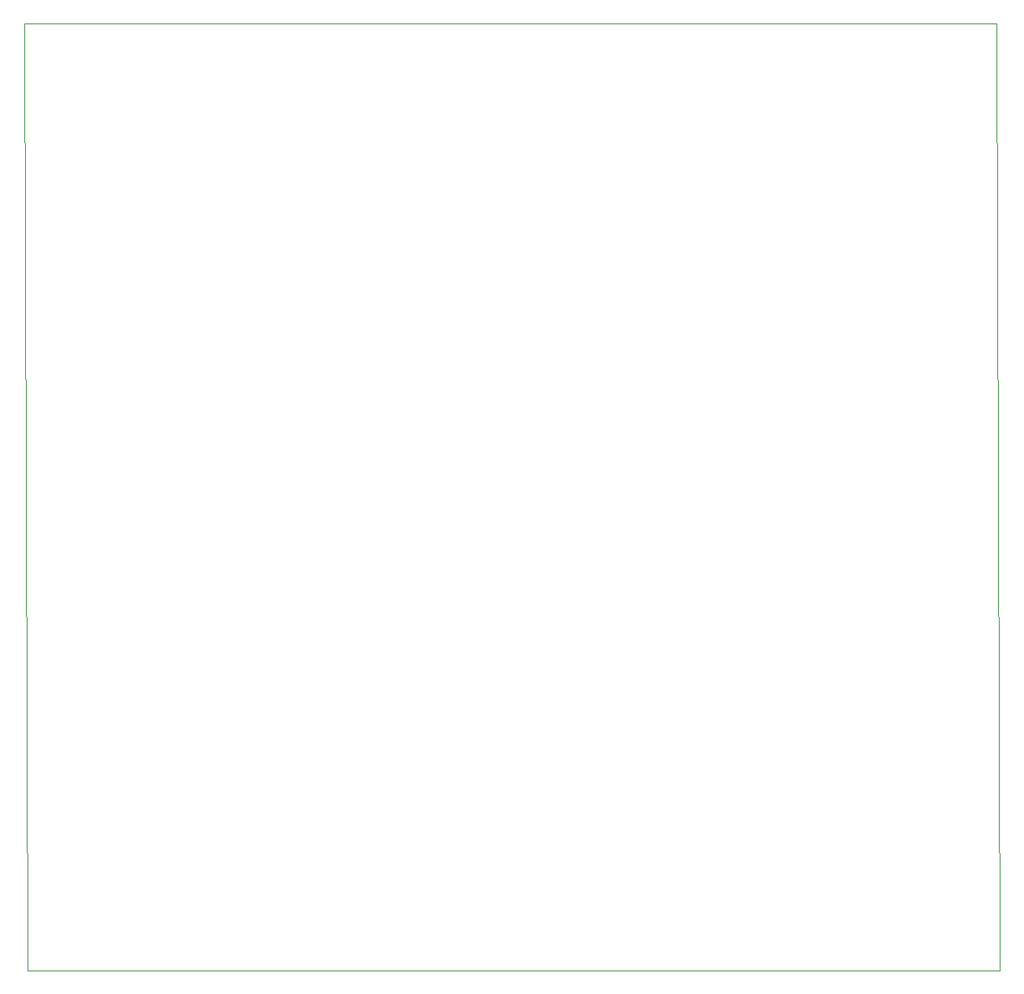
<source format=gbr>
G04 --- HEADER BEGIN --- *
G04 #@! TF.GenerationSoftware,LibrePCB,LibrePCB,1.0.0*
G04 #@! TF.CreationDate,2024-03-25T10:59:42*
G04 #@! TF.ProjectId,coco2 ps2 marriage,d66203e6-877b-4e41-8959-41fb69d6a211,v1*
G04 #@! TF.Part,Single*
G04 #@! TF.SameCoordinates*
G04 #@! TF.FileFunction,Profile,NP*
%FSLAX66Y66*%
%MOMM*%
G01*
G75*
G04 --- HEADER END --- *
G04 --- APERTURE LIST BEGIN --- *
G04 #@! TA.AperFunction,Profile*
%ADD10C,0.001*%
G04 #@! TD*
G04 --- APERTURE LIST END --- *
G04 --- BOARD BEGIN --- *
D10*
X0Y-7620000D02*
X101600000Y-7620000D01*
X101282500Y91440000D01*
X-317500Y91440000D01*
X0Y-7620000D01*
G04 --- BOARD END --- *
G04 #@! TF.MD5,d9199238c97048a371dcdd66e54a507e*
M02*

</source>
